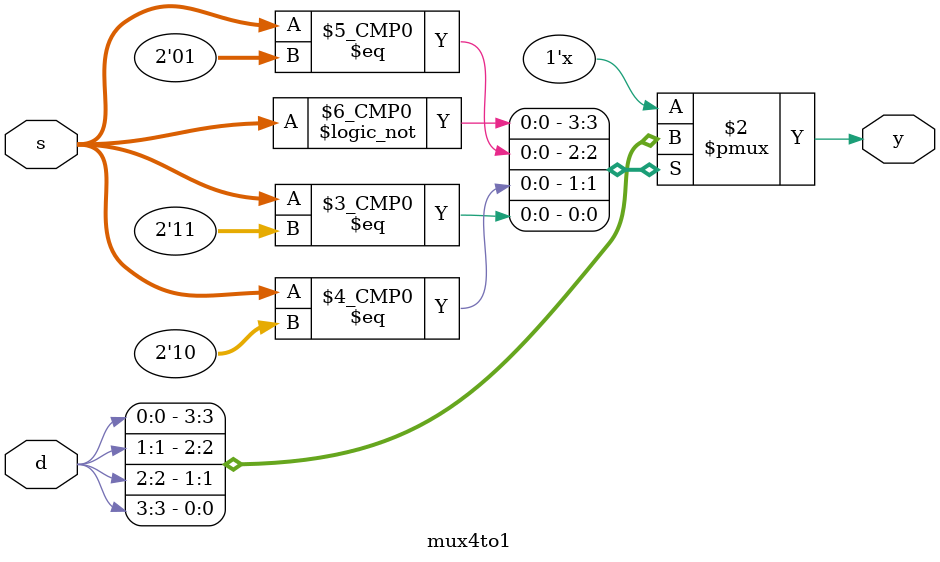
<source format=v>
module mux4to1(
  input [3:0]d,
  input [1:0]s,
  output reg y);

  always @(*) begin 
    case(s)
      2'b00 : y =d[0];
      2'b01 : y =d[1];
      2'b10 : y =d[2];
      2'b11 : y =d[3];
    default : y =1'b0;
    endcase
  end
endmodule

</source>
